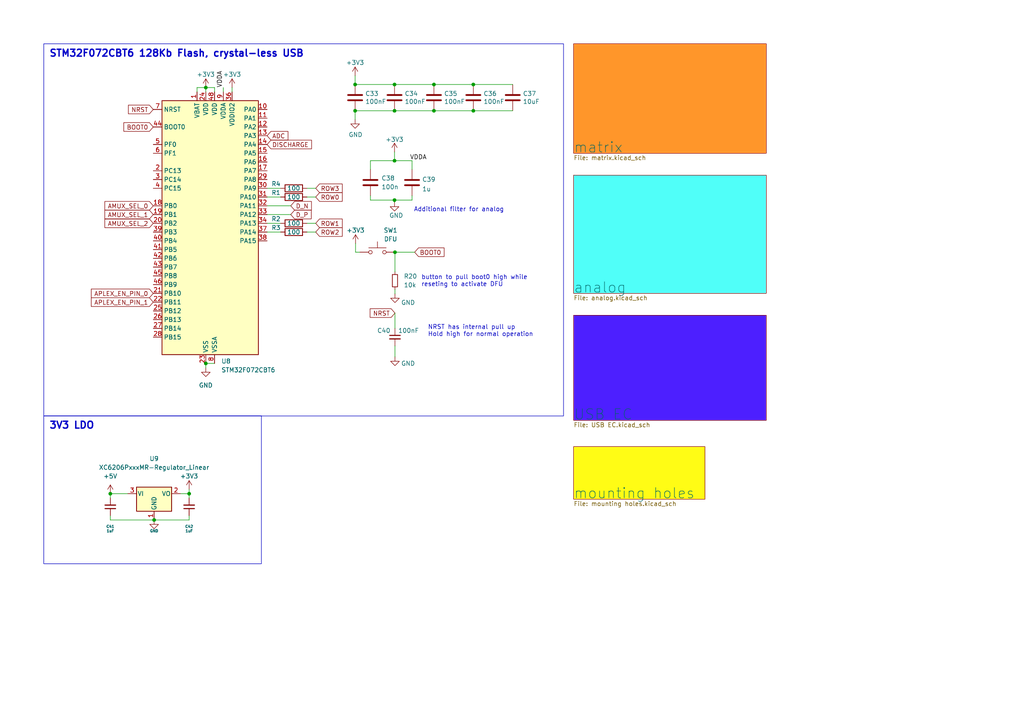
<source format=kicad_sch>
(kicad_sch (version 20231120) (generator "eeschema") (generator_version "8.0")
  (paper "A4")
  (lib_symbols
    (symbol "Device:C" (pin_numbers hide) (pin_names (offset 0.254))
      (property "Reference" "C" (at 0.635 2.54 0))
      (property "Value" "C" (at 0.635 -2.54 0))
      (symbol "C_0_1"
        (polyline (pts (xy -2.032 -0.762) (xy 2.032 -0.762)) (stroke (width 0.508)))
        (polyline (pts (xy -2.032 0.762) (xy 2.032 0.762)) (stroke (width 0.508)))
      )
      (symbol "C_1_1"
        (pin passive line (at 0 3.81 270) (length 2.794) (name "~") (number "1"))
        (pin passive line (at 0 -3.81 90) (length 2.794) (name "~") (number "2"))
      )
    )
    (symbol "Device:C_Small" (pin_numbers hide) (pin_names (offset 0.254) hide)
      (property "Reference" "C" (at 0.254 1.778 0))
      (property "Value" "C_Small" (at 0.254 -2.032 0))
      (symbol "C_Small_0_1"
        (polyline (pts (xy -1.524 -0.508) (xy 1.524 -0.508)) (stroke (width 0.3302)))
        (polyline (pts (xy -1.524 0.508) (xy 1.524 0.508)) (stroke (width 0.3048)))
      )
      (symbol "C_Small_1_1"
        (pin passive line (at 0 2.54 270) (length 2.032) (name "~") (number "1"))
        (pin passive line (at 0 -2.54 90) (length 2.032) (name "~") (number "2"))
      )
    )
    (symbol "Device:R" (pin_numbers hide) (pin_names (offset 0))
      (property "Reference" "R" (at 2.032 0 90))
      (property "Value" "R" (at 0 0 90))
      (symbol "R_0_1"
        (rectangle (start -1.016 -2.54) (end 1.016 2.54) (stroke (width 0.254)))
      )
      (symbol "R_1_1"
        (pin passive line (at 0 3.81 270) (length 1.27) (name "~") (number "1"))
        (pin passive line (at 0 -3.81 90) (length 1.27) (name "~") (number "2"))
      )
    )
    (symbol "Device:R_Small" (pin_numbers hide) (pin_names (offset 0.254) hide)
      (property "Reference" "R" (at 0.762 0.508 0))
      (property "Value" "R_Small" (at 0.762 -1.016 0))
      (symbol "R_Small_0_1"
        (rectangle (start -0.762 1.778) (end 0.762 -1.778) (stroke (width 0.2032)))
      )
      (symbol "R_Small_1_1"
        (pin passive line (at 0 2.54 270) (length 0.762) (name "~") (number "1"))
        (pin passive line (at 0 -2.54 90) (length 0.762) (name "~") (number "2"))
      )
    )
    (symbol "MCU_ST_STM32F0:STM32F072CBTx"
      (property "Reference" "U" (at -12.7 39.37 0))
      (property "Value" "STM32F072CBTx" (at 10.16 39.37 0))
      (symbol "STM32F072CBTx_0_1"
        (rectangle (start -12.7 -35.56) (end 15.24 38.1) (stroke (width 0.254)) (fill (type background)))
      )
      (symbol "STM32F072CBTx_1_1"
        (pin power_in line (at -2.54 40.64 270) (length 2.54) (name "VBAT") (number "1"))
        (pin bidirectional line (at 17.78 35.56 180) (length 2.54) (name "PA0") (number "10"))
        (pin bidirectional line (at 17.78 33.02 180) (length 2.54) (name "PA1") (number "11"))
        (pin bidirectional line (at 17.78 30.48 180) (length 2.54) (name "PA2") (number "12"))
        (pin bidirectional line (at 17.78 27.94 180) (length 2.54) (name "PA3") (number "13"))
        (pin bidirectional line (at 17.78 25.4 180) (length 2.54) (name "PA4") (number "14"))
        (pin bidirectional line (at 17.78 22.86 180) (length 2.54) (name "PA5") (number "15"))
        (pin bidirectional line (at 17.78 20.32 180) (length 2.54) (name "PA6") (number "16"))
        (pin bidirectional line (at 17.78 17.78 180) (length 2.54) (name "PA7") (number "17"))
        (pin bidirectional line (at -15.24 7.62 0) (length 2.54) (name "PB0") (number "18"))
        (pin bidirectional line (at -15.24 5.08 0) (length 2.54) (name "PB1") (number "19"))
        (pin bidirectional line (at -15.24 17.78 0) (length 2.54) (name "PC13") (number "2"))
        (pin bidirectional line (at -15.24 2.54 0) (length 2.54) (name "PB2") (number "20"))
        (pin bidirectional line (at -15.24 -17.78 0) (length 2.54) (name "PB10") (number "21"))
        (pin bidirectional line (at -15.24 -20.32 0) (length 2.54) (name "PB11") (number "22"))
        (pin power_in line (at 0 -38.1 90) (length 2.54) (name "VSS") (number "23"))
        (pin power_in line (at 0 40.64 270) (length 2.54) (name "VDD") (number "24"))
        (pin bidirectional line (at -15.24 -22.86 0) (length 2.54) (name "PB12") (number "25"))
        (pin bidirectional line (at -15.24 -25.4 0) (length 2.54) (name "PB13") (number "26"))
        (pin bidirectional line (at -15.24 -27.94 0) (length 2.54) (name "PB14") (number "27"))
        (pin bidirectional line (at -15.24 -30.48 0) (length 2.54) (name "PB15") (number "28"))
        (pin bidirectional line (at 17.78 15.24 180) (length 2.54) (name "PA8") (number "29"))
        (pin bidirectional line (at -15.24 15.24 0) (length 2.54) (name "PC14") (number "3"))
        (pin bidirectional line (at 17.78 12.7 180) (length 2.54) (name "PA9") (number "30"))
        (pin bidirectional line (at 17.78 10.16 180) (length 2.54) (name "PA10") (number "31"))
        (pin bidirectional line (at 17.78 7.62 180) (length 2.54) (name "PA11") (number "32"))
        (pin bidirectional line (at 17.78 5.08 180) (length 2.54) (name "PA12") (number "33"))
        (pin bidirectional line (at 17.78 2.54 180) (length 2.54) (name "PA13") (number "34"))
        (pin passive line (at 0 -38.1 90) (length 2.54) hide (name "VSS") (number "35"))
        (pin power_in line (at 7.62 40.64 270) (length 2.54) (name "VDDIO2") (number "36"))
        (pin bidirectional line (at 17.78 0 180) (length 2.54) (name "PA14") (number "37"))
        (pin bidirectional line (at 17.78 -2.54 180) (length 2.54) (name "PA15") (number "38"))
        (pin bidirectional line (at -15.24 0 0) (length 2.54) (name "PB3") (number "39"))
        (pin bidirectional line (at -15.24 12.7 0) (length 2.54) (name "PC15") (number "4"))
        (pin bidirectional line (at -15.24 -2.54 0) (length 2.54) (name "PB4") (number "40"))
        (pin bidirectional line (at -15.24 -5.08 0) (length 2.54) (name "PB5") (number "41"))
        (pin bidirectional line (at -15.24 -7.62 0) (length 2.54) (name "PB6") (number "42"))
        (pin bidirectional line (at -15.24 -10.16 0) (length 2.54) (name "PB7") (number "43"))
        (pin input line (at -15.24 30.48 0) (length 2.54) (name "BOOT0") (number "44"))
        (pin bidirectional line (at -15.24 -12.7 0) (length 2.54) (name "PB8") (number "45"))
        (pin bidirectional line (at -15.24 -15.24 0) (length 2.54) (name "PB9") (number "46"))
        (pin passive line (at 0 -38.1 90) (length 2.54) hide (name "VSS") (number "47"))
        (pin power_in line (at 2.54 40.64 270) (length 2.54) (name "VDD") (number "48"))
        (pin bidirectional line (at -15.24 25.4 0) (length 2.54) (name "PF0") (number "5"))
        (pin bidirectional line (at -15.24 22.86 0) (length 2.54) (name "PF1") (number "6"))
        (pin input line (at -15.24 35.56 0) (length 2.54) (name "NRST") (number "7"))
        (pin power_in line (at 2.54 -38.1 90) (length 2.54) (name "VSSA") (number "8"))
        (pin power_in line (at 5.08 40.64 270) (length 2.54) (name "VDDA") (number "9"))
      )
    )
    (symbol "Switch:SW_Push" (pin_numbers hide) (pin_names (offset 1.016) hide)
      (property "Reference" "SW" (at 1.27 2.54 0))
      (property "Value" "SW_Push" (at 0 -1.524 0))
      (symbol "SW_Push_0_1"
        (circle (center -2.032 0) (radius 0.508))
        (polyline (pts (xy 0 1.27) (xy 0 3.048)))
        (polyline (pts (xy 2.54 1.27) (xy -2.54 1.27)))
        (circle (center 2.032 0) (radius 0.508))
        (pin passive line (at -5.08 0 0) (length 2.54) (name "1") (number "1"))
        (pin passive line (at 5.08 0 180) (length 2.54) (name "2") (number "2"))
      )
    )
    (symbol "kicad-keyboard-parts:XC6206PxxxMR-Regulator_Linear" (pin_names (offset 0.254))
      (property "Reference" "U" (at -3.81 3.175 0))
      (property "Value" "XC6206PxxxMR-Regulator_Linear" (at 0 3.175 0))
      (property "LCSC" "C5446" (at 0 0 0))
      (symbol "XC6206PxxxMR-Regulator_Linear_0_1"
        (rectangle (start -5.08 1.905) (end 5.08 -5.08) (stroke (width 0.254)) (fill (type background)))
      )
      (symbol "XC6206PxxxMR-Regulator_Linear_1_1"
        (pin power_in line (at 0 -7.62 90) (length 2.54) (name "GND") (number "1"))
        (pin power_out line (at 7.62 0 180) (length 2.54) (name "VO") (number "2"))
        (pin power_in line (at -7.62 0 0) (length 2.54) (name "VI") (number "3"))
      )
    )
    (symbol "power:+3.3V" (power) (pin_names (offset 0))
      (property "Value" "+3.3V" (at 0 3.556 0))
      (symbol "+3.3V_0_1"
        (polyline (pts (xy -0.762 1.27) (xy 0 2.54)))
        (polyline (pts (xy 0 0) (xy 0 2.54)))
        (polyline (pts (xy 0 2.54) (xy 0.762 1.27)))
      )
      (symbol "+3.3V_1_1"
        (pin power_in line (at 0 0 90) (length 0) hide (name "+3V3") (number "1"))
      )
    )
    (symbol "power:+3V3" (power) (pin_names (offset 0))
      (property "Value" "+3V3" (at 0 3.556 0))
      (symbol "+3V3_0_1"
        (polyline (pts (xy -0.762 1.27) (xy 0 2.54)))
        (polyline (pts (xy 0 0) (xy 0 2.54)))
        (polyline (pts (xy 0 2.54) (xy 0.762 1.27)))
      )
      (symbol "+3V3_1_1"
        (pin power_in line (at 0 0 90) (length 0) hide (name "+3V3") (number "1"))
      )
    )
    (symbol "power:+5V" (power) (pin_names (offset 0))
      (property "Value" "+5V" (at 0 3.556 0))
      (symbol "+5V_0_1"
        (polyline (pts (xy -0.762 1.27) (xy 0 2.54)))
        (polyline (pts (xy 0 0) (xy 0 2.54)))
        (polyline (pts (xy 0 2.54) (xy 0.762 1.27)))
      )
      (symbol "+5V_1_1"
        (pin power_in line (at 0 0 90) (length 0) hide (name "+5V") (number "1"))
      )
    )
    (symbol "power:GND" (power) (pin_names (offset 0))
      (property "Value" "GND" (at 0 -3.81 0))
      (symbol "GND_0_1"
        (polyline (pts (xy 0 0) (xy 0 -1.27) (xy 1.27 -1.27) (xy 0 -2.54) (xy -1.27 -1.27) (xy 0 -1.27)))
      )
      (symbol "GND_1_1"
        (pin power_in line (at 0 0 270) (length 0) hide (name "GND") (number "1"))
      )
    )
  )
  (junction (at 137.287 32.131))
  (junction (at 114.554 73.152))
  (junction (at 114.427 24.511))
  (junction (at 59.69 105.41))
  (junction (at 31.9988 143.1961) (diameter 0.9144))
  (junction (at 114.427 46.609))
  (junction (at 102.997 24.511))
  (junction (at 44.6988 150.8161) (diameter 0.9144))
  (junction (at 54.8588 143.1961))
  (junction (at 125.857 32.131))
  (junction (at 114.427 32.131))
  (junction (at 125.857 24.511))
  (junction (at 137.287 24.511))
  (junction (at 59.69 25.4))
  (junction (at 114.427 58.039))
  (junction (at 102.997 32.131))
  (wire (pts (xy 107.442 49.149) (xy 107.442 46.609)))
  (wire (pts (xy 137.287 24.511) (xy 148.717 24.511)))
  (wire (pts (xy 125.857 24.511) (xy 137.287 24.511)))
  (wire (pts (xy 89.027 57.15) (xy 91.567 57.15)))
  (wire (pts (xy 57.15 25.4) (xy 57.15 26.67)))
  (wire (pts (xy 137.287 32.131) (xy 148.717 32.131)))
  (wire (pts (xy 52.3188 143.1961) (xy 54.8588 143.1961)))
  (wire (pts (xy 59.69 106.68) (xy 59.69 105.41)))
  (wire (pts (xy 114.427 24.511) (xy 102.997 24.511)))
  (wire (pts (xy 114.427 58.039) (xy 114.427 58.674)))
  (wire (pts (xy 84.328 62.23) (xy 77.47 62.23)))
  (wire (pts (xy 125.857 32.131) (xy 137.287 32.131)))
  (wire (pts (xy 102.997 34.671) (xy 102.997 32.131)))
  (wire (pts (xy 114.554 73.152) (xy 114.554 78.867)))
  (wire (pts (xy 103.124 73.152) (xy 103.124 70.612)))
  (wire (pts (xy 114.427 32.131) (xy 125.857 32.131)))
  (wire (pts (xy 77.47 67.31) (xy 81.407 67.31)))
  (wire (pts (xy 77.47 64.77) (xy 81.407 64.77)))
  (wire (pts (xy 57.15 25.4) (xy 59.69 25.4)))
  (wire (pts (xy 114.554 90.805) (xy 114.554 95.25)))
  (wire (pts (xy 54.8588 149.5461) (xy 54.8588 150.8161)))
  (wire (pts (xy 114.554 103.505) (xy 114.554 100.33)))
  (wire (pts (xy 114.554 83.947) (xy 114.554 85.217)))
  (wire (pts (xy 114.427 58.039) (xy 119.507 58.039)))
  (wire (pts (xy 107.442 46.609) (xy 114.427 46.609)))
  (wire (pts (xy 44.6988 150.8161) (xy 31.9988 150.8161)))
  (wire (pts (xy 107.442 56.769) (xy 107.442 58.039)))
  (wire (pts (xy 64.77 25.4) (xy 64.77 26.67)))
  (wire (pts (xy 102.997 21.971) (xy 102.997 24.511)))
  (wire (pts (xy 67.31 25.4) (xy 67.31 26.67)))
  (wire (pts (xy 114.554 73.152) (xy 120.269 73.152)))
  (wire (pts (xy 104.394 73.152) (xy 103.124 73.152)))
  (wire (pts (xy 89.027 64.77) (xy 91.567 64.77)))
  (wire (pts (xy 107.442 58.039) (xy 114.427 58.039)))
  (wire (pts (xy 31.9988 143.1961) (xy 31.9988 144.4661)))
  (wire (pts (xy 119.507 56.769) (xy 119.507 58.039)))
  (wire (pts (xy 62.23 25.4) (xy 62.23 26.67)))
  (wire (pts (xy 31.9988 143.1961) (xy 37.0788 143.1961)))
  (wire (pts (xy 77.47 57.15) (xy 81.407 57.15)))
  (wire (pts (xy 54.8588 143.1961) (xy 54.8588 144.4661)))
  (wire (pts (xy 114.427 46.609) (xy 119.507 46.609)))
  (wire (pts (xy 89.027 67.31) (xy 91.567 67.31)))
  (wire (pts (xy 59.69 25.4) (xy 59.69 26.67)))
  (wire (pts (xy 119.507 46.609) (xy 119.507 49.149)))
  (wire (pts (xy 44.6988 150.8161) (xy 54.8588 150.8161)))
  (wire (pts (xy 114.427 24.511) (xy 125.857 24.511)))
  (wire (pts (xy 114.427 44.069) (xy 114.427 46.609)))
  (wire (pts (xy 59.69 25.4) (xy 62.23 25.4)))
  (wire (pts (xy 84.328 59.69) (xy 77.47 59.69)))
  (wire (pts (xy 89.027 54.61) (xy 91.567 54.61)))
  (wire (pts (xy 114.427 32.131) (xy 102.997 32.131)))
  (wire (pts (xy 59.69 105.41) (xy 62.23 105.41)))
  (wire (pts (xy 31.9988 149.5461) (xy 31.9988 150.8161)))
  (wire (pts (xy 77.47 54.61) (xy 81.407 54.61)))
  (wire (pts (xy 54.8588 141.9261) (xy 54.8588 143.1961)))
  (text_box "STM32F072CBT6 128Kb Flash, crystal-less USB" (at 12.7 12.7 0) (size 150.749 107.95) (effects (font (size 2 2) (thickness 0.4) (bold yes)) (justify left top)))
  (text_box "3V3 LDO" (at 12.6948 120.5901 0) (size 63.119 42.926) (effects (font (size 2 2) (thickness 0.4) (bold yes)) (justify left top)))
  (text "button to pull boot0 high while \nreseting to activate DFU" (at 122.174 83.312 0) (effects (font (size 1.27 1.27)) (justify left bottom)))
  (text "Additional filter for analog" (at 120.015 61.595 0) (effects (font (size 1.27 1.27)) (justify left bottom)))
  (text "NRST has internal pull up\nHold high for normal operation" (at 124.079 97.79 0) (effects (font (size 1.27 1.27)) (justify left bottom)))
  (label "VDDA" (at 118.872 46.609 0))
  (label "VDDA" (at 64.77 25.4 90))
  (global_label "AMUX_SEL_0" (shape input) (at 44.45 59.69 180) (property "Intersheetrefs" "${INTERSHEET_REFS}" (effects (hide yes))))
  (global_label "NRST" (shape input) (at 44.45 31.75 180) (property "Intersheetrefs" "${INTERSHEET_REFS}" (effects (hide yes))))
  (global_label "ROW2" (shape input) (at 91.567 67.31 0) (property "Intersheetrefs" "${INTERSHEET_REFS}" (effects (hide yes))))
  (global_label "ROW0" (shape input) (at 91.567 57.15 0) (property "Intersheetrefs" "${INTERSHEET_REFS}" (effects (hide yes))))
  (global_label "ROW1" (shape input) (at 91.567 64.77 0) (property "Intersheetrefs" "${INTERSHEET_REFS}" (effects (hide yes))))
  (global_label "APLEX_EN_PIN_0" (shape input) (at 44.45 85.09 180) (property "Intersheetrefs" "${INTERSHEET_REFS}" (effects (hide yes))))
  (global_label "AMUX_SEL_2" (shape input) (at 44.45 64.77 180) (property "Intersheetrefs" "${INTERSHEET_REFS}" (effects (hide yes))))
  (global_label "ROW3" (shape input) (at 91.567 54.61 0) (property "Intersheetrefs" "${INTERSHEET_REFS}" (effects (hide yes))))
  (global_label "DISCHARGE" (shape input) (at 77.47 41.91 0) (property "Intersheetrefs" "${INTERSHEET_REFS}" (effects (hide yes))))
  (global_label "AMUX_SEL_1" (shape input) (at 44.45 62.23 180) (property "Intersheetrefs" "${INTERSHEET_REFS}" (effects (hide yes))))
  (global_label "BOOT0" (shape input) (at 44.45 36.83 180) (property "Intersheetrefs" "${INTERSHEET_REFS}" (effects (hide yes))))
  (global_label "ADC" (shape input) (at 77.47 39.37 0) (property "Intersheetrefs" "${INTERSHEET_REFS}" (effects (hide yes))))
  (global_label "NRST" (shape input) (at 114.554 90.805 180) (property "Intersheetrefs" "${INTERSHEET_REFS}" (effects (hide yes))))
  (global_label "D_N" (shape input) (at 84.328 59.69 0) (property "Intersheetrefs" "${INTERSHEET_REFS}" (effects (hide yes))))
  (global_label "APLEX_EN_PIN_1" (shape input) (at 44.45 87.63 180) (property "Intersheetrefs" "${INTERSHEET_REFS}" (effects (hide yes))))
  (global_label "BOOT0" (shape input) (at 120.269 73.152 0) (property "Intersheetrefs" "${INTERSHEET_REFS}" (effects (hide yes))))
  (global_label "D_P" (shape input) (at 84.328 62.23 0) (property "Intersheetrefs" "${INTERSHEET_REFS}" (effects (hide yes))))
  (symbol (lib_id "Device:C") (at 119.507 52.959 0) (unit 1)
    (property "Reference" "C39" (at 122.428 52.0505 0) (effects (justify left)))
    (property "Value" "1u" (at 122.428 54.8256 0) (effects (justify left)))
    (property "Footprint" "Capacitor_SMD:C_0402_1005Metric" (effects (hide yes)))
  )
  (symbol (lib_id "power:+3V3") (at 67.31 25.4 0) (unit 1)
    (property "Reference" "#PWR046" (effects (hide yes)))
    (property "Value" "+3V3" (at 67.31 21.59 0))
  )
  (symbol (lib_id "power:GND") (at 44.6988 150.8161 0) (unit 1)
    (property "Reference" "#PWR056" (effects (hide yes)))
    (property "Value" "GND" (at 44.6988 153.9911 0) (effects (font (size 0.762 0.762))))
  )
  (symbol (lib_id "Device:C") (at 148.717 28.321 0) (unit 1)
    (property "Reference" "C37" (at 151.638 27.1526 0) (effects (justify left)))
    (property "Value" "10uF" (at 151.638 29.464 0) (effects (justify left)))
    (property "Footprint" "Capacitor_SMD:C_0603_1608Metric" (effects (hide yes)))
  )
  (symbol (lib_id "Device:C_Small") (at 31.9988 147.0061 180) (unit 1)
    (property "Reference" "C41" (at 31.9988 152.7211 0) (effects (font (size 0.762 0.762))))
    (property "Value" "1uF" (at 31.9988 153.9911 0) (effects (font (size 0.762 0.762))))
    (property "Footprint" "Capacitor_SMD:C_0402_1005Metric" (effects (hide yes)))
    (property "LCSC" "C52923" (effects (hide yes)))
  )
  (symbol (lib_id "power:+5V") (at 31.9988 143.1961 0) (unit 1)
    (property "Reference" "#PWR055" (effects (hide yes)))
    (property "Value" "+5V" (at 31.9988 138.1161 0))
  )
  (symbol (lib_id "power:GND") (at 59.69 106.68 0) (unit 1)
    (property "Reference" "#PWR053" (effects (hide yes)))
    (property "Value" "GND" (at 59.69 111.76 0))
  )
  (symbol (lib_id "power:GND") (at 102.997 34.671 0) (unit 1)
    (property "Reference" "#PWR047" (effects (hide yes)))
    (property "Value" "GND" (at 103.124 39.0652 0))
  )
  (symbol (lib_id "power:+3V3") (at 59.69 25.4 0) (unit 1)
    (property "Reference" "#PWR045" (effects (hide yes)))
    (property "Value" "+3V3" (at 59.69 21.59 0))
  )
  (symbol (lib_id "Device:R_Small") (at 114.554 81.407 0) (unit 1)
    (property "Reference" "R20" (at 117.094 80.1369 0) (effects (justify left)))
    (property "Value" "10k" (at 117.094 82.6769 0) (effects (justify left)))
    (property "Footprint" "Resistor_SMD:R_0402_1005Metric" (effects (hide yes)))
  )
  (symbol (lib_id "power:GND") (at 114.427 58.674 0) (unit 1)
    (property "Reference" "#PWR049" (effects (hide yes)))
    (property "Value" "GND" (at 116.967 62.484 0) (effects (justify right)))
  )
  (symbol (lib_id "Device:C_Small") (at 54.8588 147.0061 180) (unit 1)
    (property "Reference" "C42" (at 54.8588 152.7211 0) (effects (font (size 0.762 0.762))))
    (property "Value" "1uF" (at 54.8588 153.9911 0) (effects (font (size 0.762 0.762))))
    (property "Footprint" "Capacitor_SMD:C_0402_1005Metric" (effects (hide yes)))
    (property "LCSC" "C52923" (effects (hide yes)))
  )
  (symbol (lib_id "Device:C") (at 125.857 28.321 0) (unit 1)
    (property "Reference" "C35" (at 128.778 27.1526 0) (effects (justify left)))
    (property "Value" "100nF" (at 128.778 29.464 0) (effects (justify left)))
    (property "Footprint" "Capacitor_SMD:C_0402_1005Metric" (effects (hide yes)))
    (property "LCSC" "C307331" (effects (hide yes)))
  )
  (symbol (lib_id "Device:C_Small") (at 114.554 97.79 0) (mirror y) (unit 1)
    (property "Reference" "C40" (at 113.284 95.885 0) (effects (justify left)))
    (property "Value" "100nF" (at 121.539 95.885 0) (effects (justify left)))
    (property "Footprint" "Capacitor_SMD:C_0402_1005Metric" (effects (hide yes)))
    (property "LCSC" "C307331" (effects (hide yes)))
  )
  (symbol (lib_id "Device:C") (at 114.427 28.321 0) (unit 1)
    (property "Reference" "C34" (at 117.348 27.1526 0) (effects (justify left)))
    (property "Value" "100nF" (at 117.348 29.464 0) (effects (justify left)))
    (property "Footprint" "Capacitor_SMD:C_0402_1005Metric" (effects (hide yes)))
    (property "LCSC" "C307331" (effects (hide yes)))
  )
  (symbol (lib_id "Device:C") (at 102.997 28.321 0) (unit 1)
    (property "Reference" "C33" (at 105.918 27.1526 0) (effects (justify left)))
    (property "Value" "100nF" (at 105.918 29.464 0) (effects (justify left)))
    (property "Footprint" "Capacitor_SMD:C_0402_1005Metric" (effects (hide yes)))
    (property "LCSC" "C307331" (effects (hide yes)))
  )
  (symbol (lib_id "power:+3V3") (at 103.124 70.612 0) (mirror y) (unit 1)
    (property "Reference" "#PWR050" (effects (hide yes)))
    (property "Value" "+3V3" (at 103.124 66.802 0))
  )
  (symbol (lib_id "power:+3V3") (at 102.997 21.971 0) (unit 1)
    (property "Reference" "#PWR044" (effects (hide yes)))
    (property "Value" "+3V3" (at 102.997 18.161 0))
  )
  (symbol (lib_id "Device:R") (at 85.217 67.31 90) (mirror x) (unit 1)
    (property "Reference" "R3" (at 81.407 66.04 90) (effects (justify left)))
    (property "Value" "100" (at 87.122 67.31 90) (effects (justify left)))
    (property "Footprint" "Resistor_SMD:R_0402_1005Metric" (effects (hide yes)))
    (property "LCSC" "C25076" (effects (hide yes)))
  )
  (symbol (lib_id "kicad-keyboard-parts:XC6206PxxxMR-Regulator_Linear") (at 44.6988 143.1961 0) (unit 1)
    (property "Reference" "U9" (at 44.6988 133.0361 0))
    (property "Value" "XC6206PxxxMR-Regulator_Linear" (at 44.6988 135.5761 0))
    (property "Footprint" "Package_TO_SOT_SMD:SOT-23" (effects (hide yes)))
    (property "Datasheet" "https://www.torexsemi.com/file/xc6206/XC6206.pdf" (effects (hide yes)))
    (property "LCSC" "C5446" (effects (hide yes)))
  )
  (symbol (lib_id "Device:R") (at 85.217 64.77 90) (unit 1)
    (property "Reference" "R2" (at 81.407 63.5 90) (effects (justify left)))
    (property "Value" "100" (at 87.122 64.77 90) (effects (justify left)))
    (property "Footprint" "Resistor_SMD:R_0402_1005Metric" (effects (hide yes)))
    (property "LCSC" "C25076" (effects (hide yes)))
  )
  (symbol (lib_id "Device:C") (at 137.287 28.321 0) (unit 1)
    (property "Reference" "C36" (at 140.208 27.1526 0) (effects (justify left)))
    (property "Value" "100nF" (at 140.208 29.464 0) (effects (justify left)))
    (property "Footprint" "Capacitor_SMD:C_0402_1005Metric" (effects (hide yes)))
    (property "LCSC" "C307331" (effects (hide yes)))
  )
  (symbol (lib_id "Device:C") (at 107.442 52.959 0) (unit 1)
    (property "Reference" "C38" (at 110.617 51.689 0) (effects (justify left)))
    (property "Value" "100n" (at 110.617 54.229 0) (effects (justify left)))
    (property "Footprint" "Capacitor_SMD:C_0402_1005Metric" (effects (hide yes)))
  )
  (symbol (lib_id "power:GND") (at 114.554 85.217 0) (unit 1)
    (property "Reference" "#PWR051" (effects (hide yes)))
    (property "Value" "GND" (at 118.364 87.757 0))
  )
  (symbol (lib_id "power:+3.3V") (at 114.427 44.069 0) (unit 1)
    (property "Reference" "#PWR048" (effects (hide yes)))
    (property "Value" "+3V3" (at 114.427 40.4645 0))
  )
  (symbol (lib_id "power:GND") (at 114.554 103.505 0) (mirror y) (unit 1)
    (property "Reference" "#PWR052" (effects (hide yes)))
    (property "Value" "GND" (at 118.364 105.41 0))
  )
  (symbol (lib_id "power:+3V3") (at 54.8588 141.9261 0) (unit 1)
    (property "Reference" "#PWR054" (effects (hide yes)))
    (property "Value" "+3V3" (at 54.8588 138.1161 0))
  )
  (symbol (lib_id "Device:R") (at 85.217 57.15 90) (mirror x) (unit 1)
    (property "Reference" "R1" (at 81.407 55.88 90) (effects (justify left)))
    (property "Value" "100" (at 87.122 57.15 90) (effects (justify left)))
    (property "Footprint" "Resistor_SMD:R_0402_1005Metric" (effects (hide yes)))
    (property "LCSC" "C25076" (effects (hide yes)))
  )
  (symbol (lib_id "Device:R") (at 85.217 54.61 90) (mirror x) (unit 1)
    (property "Reference" "R4" (at 81.407 53.34 90) (effects (justify left)))
    (property "Value" "100" (at 87.122 54.61 90) (effects (justify left)))
    (property "Footprint" "Resistor_SMD:R_0402_1005Metric" (effects (hide yes)))
    (property "LCSC" "C25076" (effects (hide yes)))
  )
  (symbol (lib_id "Switch:SW_Push") (at 109.474 73.152 0) (unit 1) (in_bom no)
    (property "Reference" "SW1" (at 113.284 66.802 0))
    (property "Value" "DFU" (at 113.284 69.342 0))
    (property "Footprint" "Connector_PinHeader_2.54mm:PinHeader_1x02_P2.54mm_Vertical" (effects (hide yes)))
  )
  (symbol (lib_id "MCU_ST_STM32F0:STM32F072CBTx") (at 59.69 67.31 0) (unit 1)
    (property "Reference" "U8" (at 64.1859 104.775 0) (effects (justify left)))
    (property "Value" "STM32F072CBT6" (at 64.1859 107.315 0) (effects (justify left)))
    (property "Footprint" "Package_QFP:LQFP-48_7x7mm_P0.5mm" (effects (hide yes)))
    (property "Datasheet" "https://www.st.com/resource/en/datasheet/stm32f072cb.pdf" (effects (hide yes)))
    (property "JlcRotOffset" "90" (effects (hide yes)))
  )
  (sheet (at 166.37 50.8) (size 55.88 34.29) (stroke (width 0.1524)) (fill (color 80 255 249 1.0000))
    (property "Sheetname" "analog" (at 166.37 85.09 0) (effects (font (size 3 3)) (justify left bottom)))
    (property "Sheetfile" "analog.kicad_sch" (at 166.37 85.6746 0) (effects (justify left top)))
  )
  (sheet (at 166.37 129.54) (size 38.1 15.24) (stroke (width 0.1524)) (fill (color 255 252 21 1.0000))
    (property "Sheetname" "mounting holes" (at 166.37 144.78 0) (effects (font (size 3 3)) (justify left bottom)))
    (property "Sheetfile" "mounting holes.kicad_sch" (at 166.37 145.3646 0) (effects (justify left top)))
  )
  (sheet (at 166.37 91.44) (size 55.88 30.48) (stroke (width 0.1524)) (fill (color 77 31 255 1.0000))
    (property "Sheetname" "USB EC" (at 166.37 121.92 0) (effects (font (size 3 3)) (justify left bottom)))
    (property "Sheetfile" "USB EC.kicad_sch" (at 166.37 122.5046 0) (effects (justify left top)))
  )
  (sheet (at 166.37 12.7) (size 55.88 31.75) (stroke (width 0.1524)) (fill (color 255 150 42 1.0000))
    (property "Sheetname" "matrix" (at 166.37 44.45 0) (effects (font (size 3 3)) (justify left bottom)))
    (property "Sheetfile" "matrix.kicad_sch" (at 166.37 45.0346 0) (effects (justify left top)))
  )
)
</source>
